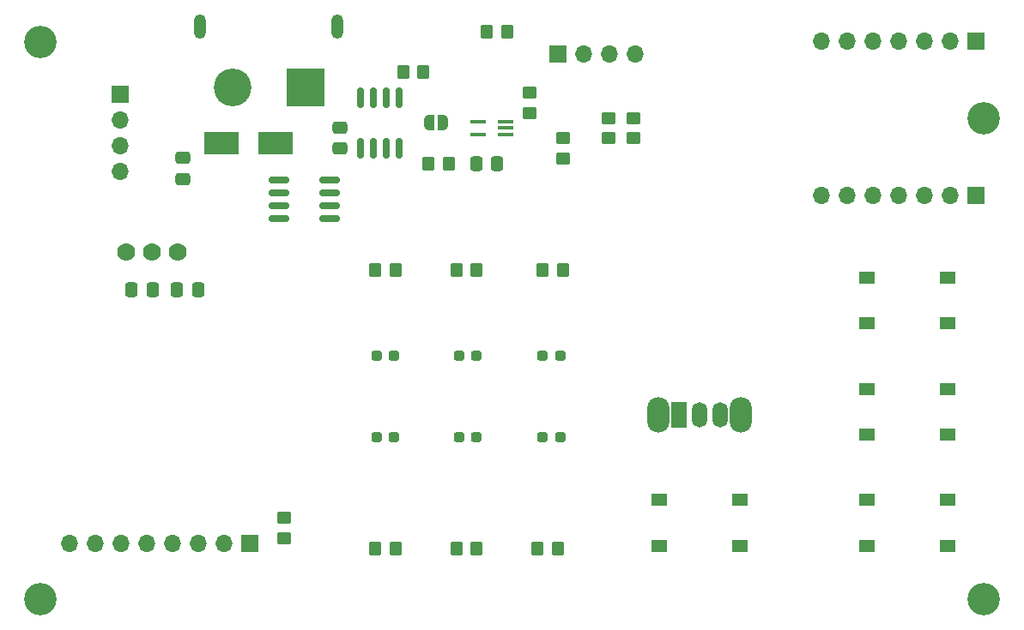
<source format=gbr>
%TF.GenerationSoftware,KiCad,Pcbnew,(6.0.4)*%
%TF.CreationDate,2022-12-15T09:54:16-05:00*%
%TF.ProjectId,HPcontroller,4850636f-6e74-4726-9f6c-6c65722e6b69,rev?*%
%TF.SameCoordinates,Original*%
%TF.FileFunction,Soldermask,Top*%
%TF.FilePolarity,Negative*%
%FSLAX46Y46*%
G04 Gerber Fmt 4.6, Leading zero omitted, Abs format (unit mm)*
G04 Created by KiCad (PCBNEW (6.0.4)) date 2022-12-15 09:54:16*
%MOMM*%
%LPD*%
G01*
G04 APERTURE LIST*
G04 Aperture macros list*
%AMRoundRect*
0 Rectangle with rounded corners*
0 $1 Rounding radius*
0 $2 $3 $4 $5 $6 $7 $8 $9 X,Y pos of 4 corners*
0 Add a 4 corners polygon primitive as box body*
4,1,4,$2,$3,$4,$5,$6,$7,$8,$9,$2,$3,0*
0 Add four circle primitives for the rounded corners*
1,1,$1+$1,$2,$3*
1,1,$1+$1,$4,$5*
1,1,$1+$1,$6,$7*
1,1,$1+$1,$8,$9*
0 Add four rect primitives between the rounded corners*
20,1,$1+$1,$2,$3,$4,$5,0*
20,1,$1+$1,$4,$5,$6,$7,0*
20,1,$1+$1,$6,$7,$8,$9,0*
20,1,$1+$1,$8,$9,$2,$3,0*%
%AMFreePoly0*
4,1,22,0.500000,-0.750000,0.000000,-0.750000,0.000000,-0.745033,-0.079941,-0.743568,-0.215256,-0.701293,-0.333266,-0.622738,-0.424486,-0.514219,-0.481581,-0.384460,-0.499164,-0.250000,-0.500000,-0.250000,-0.500000,0.250000,-0.499164,0.250000,-0.499963,0.256109,-0.478152,0.396186,-0.417904,0.524511,-0.324060,0.630769,-0.204165,0.706417,-0.067858,0.745374,0.000000,0.744959,0.000000,0.750000,
0.500000,0.750000,0.500000,-0.750000,0.500000,-0.750000,$1*%
%AMFreePoly1*
4,1,20,0.000000,0.744959,0.073905,0.744508,0.209726,0.703889,0.328688,0.626782,0.421226,0.519385,0.479903,0.390333,0.500000,0.250000,0.500000,-0.250000,0.499851,-0.262216,0.476331,-0.402017,0.414519,-0.529596,0.319384,-0.634700,0.198574,-0.708877,0.061801,-0.746166,0.000000,-0.745033,0.000000,-0.750000,-0.500000,-0.750000,-0.500000,0.750000,0.000000,0.750000,0.000000,0.744959,
0.000000,0.744959,$1*%
G04 Aperture macros list end*
%ADD10RoundRect,0.250000X-0.337500X-0.475000X0.337500X-0.475000X0.337500X0.475000X-0.337500X0.475000X0*%
%ADD11RoundRect,0.250000X0.350000X0.450000X-0.350000X0.450000X-0.350000X-0.450000X0.350000X-0.450000X0*%
%ADD12R,1.550000X1.300000*%
%ADD13RoundRect,0.250000X0.450000X-0.350000X0.450000X0.350000X-0.450000X0.350000X-0.450000X-0.350000X0*%
%ADD14RoundRect,0.237500X-0.287500X-0.237500X0.287500X-0.237500X0.287500X0.237500X-0.287500X0.237500X0*%
%ADD15RoundRect,0.250000X-0.350000X-0.450000X0.350000X-0.450000X0.350000X0.450000X-0.350000X0.450000X0*%
%ADD16RoundRect,0.150000X0.825000X0.150000X-0.825000X0.150000X-0.825000X-0.150000X0.825000X-0.150000X0*%
%ADD17O,2.200000X3.500000*%
%ADD18R,1.500000X2.500000*%
%ADD19O,1.500000X2.500000*%
%ADD20RoundRect,0.250000X-0.450000X0.350000X-0.450000X-0.350000X0.450000X-0.350000X0.450000X0.350000X0*%
%ADD21FreePoly0,180.000000*%
%ADD22FreePoly1,180.000000*%
%ADD23C,3.200000*%
%ADD24R,1.700000X1.700000*%
%ADD25O,1.700000X1.700000*%
%ADD26RoundRect,0.150000X-0.150000X0.825000X-0.150000X-0.825000X0.150000X-0.825000X0.150000X0.825000X0*%
%ADD27R,1.500000X0.400000*%
%ADD28RoundRect,0.250000X-0.475000X0.337500X-0.475000X-0.337500X0.475000X-0.337500X0.475000X0.337500X0*%
%ADD29R,3.500000X2.300000*%
%ADD30C,1.778000*%
%ADD31R,3.716000X3.716000*%
%ADD32C,3.716000*%
%ADD33O,1.200000X2.400000*%
G04 APERTURE END LIST*
D10*
%TO.C,C3*%
X89962500Y-77500000D03*
X92037500Y-77500000D03*
%TD*%
D11*
%TO.C,R10*%
X116750000Y-65000000D03*
X114750000Y-65000000D03*
%TD*%
D12*
%TO.C,SWINC1*%
X158020000Y-76250000D03*
X165980000Y-76250000D03*
X158020000Y-80750000D03*
X165980000Y-80750000D03*
%TD*%
D13*
%TO.C,R3*%
X135000000Y-62500000D03*
X135000000Y-60500000D03*
%TD*%
D14*
%TO.C,D_HEAT1*%
X117750000Y-92000000D03*
X119500000Y-92000000D03*
%TD*%
D15*
%TO.C,R4*%
X109500000Y-75500000D03*
X111500000Y-75500000D03*
%TD*%
D13*
%TO.C,R12*%
X124750000Y-60000000D03*
X124750000Y-58000000D03*
%TD*%
D15*
%TO.C,R1*%
X117500000Y-75500000D03*
X119500000Y-75500000D03*
%TD*%
D12*
%TO.C,SWRST1*%
X145480000Y-98250000D03*
X137520000Y-98250000D03*
X145480000Y-102750000D03*
X137520000Y-102750000D03*
%TD*%
D11*
%TO.C,RTHERM1*%
X122500000Y-52000000D03*
X120500000Y-52000000D03*
%TD*%
D16*
%TO.C,Q1*%
X104975000Y-70405000D03*
X104975000Y-69135000D03*
X104975000Y-67865000D03*
X104975000Y-66595000D03*
X100025000Y-66595000D03*
X100025000Y-67865000D03*
X100025000Y-69135000D03*
X100025000Y-70405000D03*
%TD*%
D17*
%TO.C,SWMODE1*%
X145600000Y-89797500D03*
X137400000Y-89797500D03*
D18*
X139500000Y-89797500D03*
D19*
X141500000Y-89797500D03*
X143500000Y-89797500D03*
%TD*%
D20*
%TO.C,R15*%
X128000000Y-62500000D03*
X128000000Y-64500000D03*
%TD*%
D14*
%TO.C,D_HOT1*%
X117750000Y-84000000D03*
X119500000Y-84000000D03*
%TD*%
D15*
%TO.C,R13*%
X125500000Y-103000000D03*
X127500000Y-103000000D03*
%TD*%
D13*
%TO.C,R2*%
X132500000Y-62500000D03*
X132500000Y-60500000D03*
%TD*%
D21*
%TO.C,R9*%
X116150000Y-61000000D03*
D22*
X114850000Y-61000000D03*
%TD*%
D23*
%TO.C,H2*%
X76500000Y-53000000D03*
%TD*%
D24*
%TO.C,J1*%
X84375000Y-58200000D03*
D25*
X84375000Y-60740000D03*
X84375000Y-63280000D03*
X84375000Y-65820000D03*
%TD*%
D23*
%TO.C,H1*%
X76500000Y-108000000D03*
%TD*%
D10*
%TO.C,C2*%
X85462500Y-77500000D03*
X87537500Y-77500000D03*
%TD*%
D12*
%TO.C,SWDEC1*%
X165980000Y-87250000D03*
X158020000Y-87250000D03*
X165980000Y-91750000D03*
X158020000Y-91750000D03*
%TD*%
D24*
%TO.C,U5*%
X127525000Y-54200000D03*
D25*
X130065000Y-54200000D03*
X132605000Y-54200000D03*
X135145000Y-54200000D03*
%TD*%
D14*
%TO.C,D_RTD1*%
X126000000Y-92000000D03*
X127750000Y-92000000D03*
%TD*%
%TO.C,D_RUN1*%
X126000000Y-84000000D03*
X127750000Y-84000000D03*
%TD*%
D10*
%TO.C,C5*%
X119462500Y-65000000D03*
X121537500Y-65000000D03*
%TD*%
D23*
%TO.C,H4*%
X169500000Y-60500000D03*
%TD*%
D15*
%TO.C,R8*%
X117500000Y-103000000D03*
X119500000Y-103000000D03*
%TD*%
D26*
%TO.C,U2*%
X111905000Y-58525000D03*
X110635000Y-58525000D03*
X109365000Y-58525000D03*
X108095000Y-58525000D03*
X108095000Y-63475000D03*
X109365000Y-63475000D03*
X110635000Y-63475000D03*
X111905000Y-63475000D03*
%TD*%
D23*
%TO.C,H3*%
X169500000Y-108000000D03*
%TD*%
D15*
%TO.C,R6*%
X126000000Y-75500000D03*
X128000000Y-75500000D03*
%TD*%
D27*
%TO.C,U3*%
X122330000Y-62150000D03*
X122330000Y-61500000D03*
X122330000Y-60850000D03*
X119670000Y-60850000D03*
X119670000Y-62150000D03*
%TD*%
D24*
%TO.C,U1*%
X168778000Y-52880000D03*
D25*
X166238000Y-52880000D03*
X163698000Y-52880000D03*
X161158000Y-52880000D03*
X158618000Y-52880000D03*
X156078000Y-52880000D03*
X153538000Y-52880000D03*
X153538000Y-68120000D03*
X156078000Y-68120000D03*
X158618000Y-68120000D03*
X161158000Y-68120000D03*
X163698000Y-68120000D03*
X166238000Y-68120000D03*
D24*
X168778000Y-68120000D03*
%TD*%
%TO.C,U6*%
X97160000Y-102500000D03*
D25*
X94620000Y-102500000D03*
X92080000Y-102500000D03*
X89540000Y-102500000D03*
X87000000Y-102500000D03*
X84460000Y-102500000D03*
X81920000Y-102500000D03*
X79380000Y-102500000D03*
%TD*%
D28*
%TO.C,C1*%
X90500000Y-64462500D03*
X90500000Y-66537500D03*
%TD*%
D29*
%TO.C,D1*%
X94300000Y-63000000D03*
X99700000Y-63000000D03*
%TD*%
D15*
%TO.C,R7*%
X112250000Y-56000000D03*
X114250000Y-56000000D03*
%TD*%
D30*
%TO.C,U4*%
X84960000Y-73714000D03*
X87500000Y-73714000D03*
X90040000Y-73714000D03*
%TD*%
D14*
%TO.C,D_3V3_POW1*%
X109625000Y-92000000D03*
X111375000Y-92000000D03*
%TD*%
D12*
%TO.C,SWRUN1*%
X158020000Y-98250000D03*
X165980000Y-98250000D03*
X158020000Y-102750000D03*
X165980000Y-102750000D03*
%TD*%
D15*
%TO.C,R5*%
X109500000Y-103000000D03*
X111500000Y-103000000D03*
%TD*%
D14*
%TO.C,D_PD_POW1*%
X109625000Y-84000000D03*
X111375000Y-84000000D03*
%TD*%
D13*
%TO.C,R14*%
X100500000Y-102000000D03*
X100500000Y-100000000D03*
%TD*%
D28*
%TO.C,C4*%
X106000000Y-61462500D03*
X106000000Y-63537500D03*
%TD*%
D31*
%TO.C,R11*%
X102600000Y-57500000D03*
D32*
X95400000Y-57500000D03*
D33*
X105750000Y-51500000D03*
X92250000Y-51500000D03*
%TD*%
M02*

</source>
